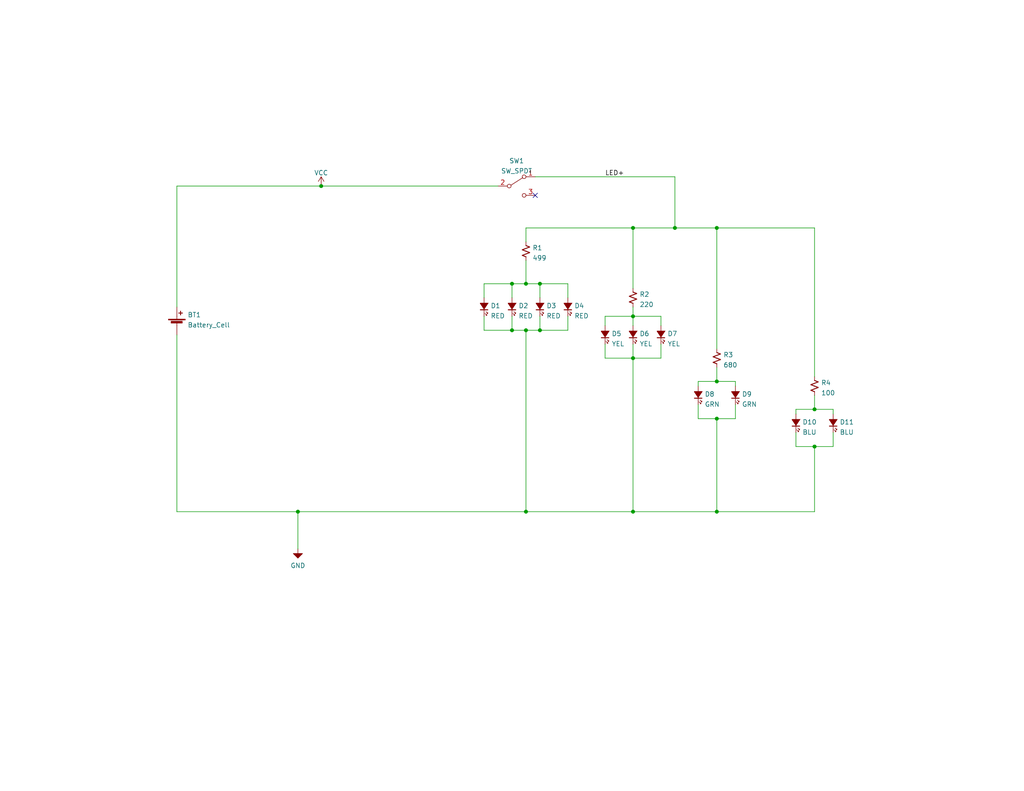
<source format=kicad_sch>
(kicad_sch (version 20211123) (generator eeschema)
  (paper "A")
  (title_block (title "Alpenglow Radiant Rainbow") (date "2022-04-13") (rev "A") (comment 2 "RAR-0100") (comment 3 "Wright"))
  (lib_symbols
    (symbol "Alpenglow:GND" (power) (pin_names (offset 0))
      (property "Value" "GND" (at 0 -3.81 0))
      (symbol "GND_0_1"
        (polyline (pts (xy 0 0) (xy 0 -1.27) (xy 1.27 -1.27) (xy 0 -2.54) (xy -1.27 -1.27) (xy 0 -1.27)) (fill (type outline)))
      )
      (symbol "GND_1_1"
        (pin power_in line (at 0 0 270) (length 0) hide (name "GND") (number "1"))
      )
    )
    (symbol "Alpenglow:LED" (pin_numbers hide) (pin_names (offset 0.254) hide)
      (property "Reference" "D" (at -1.27 3.175 0))
      (property "Value" "LED" (at -4.445 -2.54 0))
      (symbol "LED_0_1"
        (polyline (pts (xy -0.762 -1.016) (xy -0.762 1.016)) (stroke (width 0.254)))
        (polyline (pts (xy 1.016 0) (xy -0.762 0)))
        (polyline (pts (xy 1.016 -1.016) (xy -0.508 0) (xy 1.016 1.016) (xy 1.016 -1.016)) (stroke (width 0.254)) (fill (type outline)))
        (polyline (pts (xy -1.778 -0.254) (xy -2.286 -0.762) (xy -2.286 -0.508) (xy -2.286 -0.762) (xy -2.032 -0.762)))
        (polyline (pts (xy -1.27 -0.508) (xy -1.778 -1.016) (xy -1.778 -0.762) (xy -1.778 -1.016) (xy -1.524 -1.016)))
      )
      (symbol "LED_1_1"
        (pin passive line (at -2.54 0 0) (length 1.778) (name "K") (number "1"))
        (pin passive line (at 2.54 0 180) (length 1.778) (name "A") (number "2"))
      )
    )
    (symbol "Alpenglow:RES" (pin_numbers hide) (pin_names (offset 0.254) hide)
      (property "Reference" "R" (at 1.27 1.016 0))
      (property "Value" "RES" (at 1.27 -1.016 0))
      (symbol "RES_1_1"
        (polyline (pts (xy 0 0) (xy 1.016 -0.381) (xy 0 -0.762) (xy -1.016 -1.143) (xy 0 -1.524)) (stroke (width 0.254)))
        (polyline (pts (xy 0 1.524) (xy 1.016 1.143) (xy 0 0.762) (xy -1.016 0.381) (xy 0 0)) (stroke (width 0.254)))
        (pin passive line (at 0 2.54 270) (length 1.016) (name "~") (number "1"))
        (pin passive line (at 0 -2.54 90) (length 1.016) (name "~") (number "2"))
      )
    )
    (symbol "Alpenglow:SW_SPDT" (pin_names (offset 0) hide)
      (property "Reference" "SW" (at 0 4.318 0))
      (property "Value" "SW_SPDT" (at 0 -5.08 0))
      (symbol "SW_SPDT_0_0"
        (circle (center -2.032 0) (radius 0.508))
        (circle (center 2.032 -2.54) (radius 0.508))
      )
      (symbol "SW_SPDT_0_1"
        (polyline (pts (xy -1.524 0.254) (xy 1.651 2.286)))
        (circle (center 2.032 2.54) (radius 0.508))
      )
      (symbol "SW_SPDT_1_1"
        (pin passive line (at 5.08 2.54 180) (length 2.54) (name "A") (number "1"))
        (pin passive line (at -5.08 0 0) (length 2.54) (name "B") (number "2"))
        (pin passive line (at 5.08 -2.54 180) (length 2.54) (name "C") (number "3"))
      )
    )
    (symbol "Device:Battery_Cell" (pin_numbers hide) (pin_names (offset 0) hide)
      (property "Reference" "BT" (at 2.54 2.54 0))
      (property "Value" "Battery_Cell" (at 2.54 0 0))
      (symbol "Battery_Cell_0_1"
        (rectangle (start -2.286 1.778) (end 2.286 1.524) (fill (type outline)))
        (rectangle (start -1.5748 1.1938) (end 1.4732 0.6858) (fill (type outline)))
        (polyline (pts (xy 0 0.762) (xy 0 0)))
        (polyline (pts (xy 0 1.778) (xy 0 2.54)))
        (polyline (pts (xy 0.508 3.429) (xy 1.524 3.429)) (stroke (width 0.254)))
        (polyline (pts (xy 1.016 3.937) (xy 1.016 2.921)) (stroke (width 0.254)))
      )
      (symbol "Battery_Cell_1_1"
        (pin passive line (at 0 5.08 270) (length 2.54) (name "+") (number "1"))
        (pin passive line (at 0 -2.54 90) (length 2.54) (name "-") (number "2"))
      )
    )
    (symbol "power:VCC" (power) (pin_names (offset 0))
      (property "Value" "VCC" (at 0 3.81 0))
      (symbol "VCC_0_1"
        (polyline (pts (xy -0.762 1.27) (xy 0 2.54)))
        (polyline (pts (xy 0 0) (xy 0 2.54)))
        (polyline (pts (xy 0 2.54) (xy 0.762 1.27)))
      )
      (symbol "VCC_1_1"
        (pin power_in line (at 0 0 90) (length 0) hide (name "VCC") (number "1"))
      )
    )
  )
  (junction (at 143.51 90.17))
  (junction (at 147.32 77.47))
  (junction (at 172.72 97.79))
  (junction (at 222.25 121.92))
  (junction (at 195.58 104.14))
  (junction (at 81.28 139.7))
  (junction (at 139.7 90.17))
  (junction (at 143.51 139.7))
  (junction (at 172.72 86.36))
  (junction (at 143.51 77.47))
  (junction (at 222.25 111.76))
  (junction (at 172.72 139.7))
  (junction (at 172.72 62.23))
  (junction (at 147.32 90.17))
  (junction (at 195.58 139.7))
  (junction (at 195.58 114.3))
  (junction (at 184.15 62.23))
  (junction (at 87.63 50.8))
  (junction (at 139.7 77.47))
  (junction (at 195.58 62.23))
  (no_connect (at 146.05 53.34))
  (wire (pts (xy 172.72 86.36) (xy 180.34 86.36)))
  (wire (pts (xy 87.63 50.8) (xy 135.89 50.8)))
  (wire (pts (xy 190.5 114.3) (xy 195.58 114.3)))
  (wire (pts (xy 195.58 114.3) (xy 195.58 139.7)))
  (wire (pts (xy 132.08 77.47) (xy 132.08 81.28)))
  (wire (pts (xy 154.94 86.36) (xy 154.94 90.17)))
  (wire (pts (xy 200.66 110.49) (xy 200.66 114.3)))
  (wire (pts (xy 222.25 62.23) (xy 222.25 102.87)))
  (wire (pts (xy 172.72 139.7) (xy 143.51 139.7)))
  (wire (pts (xy 143.51 90.17) (xy 147.32 90.17)))
  (wire (pts (xy 195.58 104.14) (xy 200.66 104.14)))
  (wire (pts (xy 222.25 107.95) (xy 222.25 111.76)))
  (wire (pts (xy 147.32 90.17) (xy 154.94 90.17)))
  (wire (pts (xy 217.17 121.92) (xy 222.25 121.92)))
  (wire (pts (xy 184.15 48.26) (xy 184.15 62.23)))
  (wire (pts (xy 139.7 77.47) (xy 132.08 77.47)))
  (wire (pts (xy 143.51 62.23) (xy 172.72 62.23)))
  (wire (pts (xy 195.58 62.23) (xy 222.25 62.23)))
  (wire (pts (xy 139.7 77.47) (xy 139.7 81.28)))
  (wire (pts (xy 217.17 111.76) (xy 217.17 113.03)))
  (wire (pts (xy 147.32 77.47) (xy 147.32 81.28)))
  (wire (pts (xy 132.08 90.17) (xy 139.7 90.17)))
  (wire (pts (xy 48.26 50.8) (xy 87.63 50.8)))
  (wire (pts (xy 180.34 97.79) (xy 180.34 93.98)))
  (wire (pts (xy 172.72 86.36) (xy 165.1 86.36)))
  (wire (pts (xy 146.05 48.26) (xy 184.15 48.26)))
  (wire (pts (xy 81.28 139.7) (xy 81.28 149.86)))
  (wire (pts (xy 143.51 77.47) (xy 147.32 77.47)))
  (wire (pts (xy 154.94 77.47) (xy 154.94 81.28)))
  (wire (pts (xy 143.51 139.7) (xy 81.28 139.7)))
  (wire (pts (xy 217.17 118.11) (xy 217.17 121.92)))
  (wire (pts (xy 172.72 86.36) (xy 172.72 88.9)))
  (wire (pts (xy 132.08 86.36) (xy 132.08 90.17)))
  (wire (pts (xy 48.26 139.7) (xy 48.26 91.44)))
  (wire (pts (xy 143.51 62.23) (xy 143.51 66.04)))
  (wire (pts (xy 195.58 139.7) (xy 172.72 139.7)))
  (wire (pts (xy 222.25 139.7) (xy 195.58 139.7)))
  (wire (pts (xy 172.72 93.98) (xy 172.72 97.79)))
  (wire (pts (xy 165.1 86.36) (xy 165.1 88.9)))
  (wire (pts (xy 222.25 111.76) (xy 227.33 111.76)))
  (wire (pts (xy 172.72 97.79) (xy 180.34 97.79)))
  (wire (pts (xy 200.66 104.14) (xy 200.66 105.41)))
  (wire (pts (xy 172.72 78.74) (xy 172.72 62.23)))
  (wire (pts (xy 165.1 97.79) (xy 172.72 97.79)))
  (wire (pts (xy 143.51 90.17) (xy 143.51 139.7)))
  (wire (pts (xy 165.1 93.98) (xy 165.1 97.79)))
  (wire (pts (xy 172.72 97.79) (xy 172.72 139.7)))
  (wire (pts (xy 139.7 86.36) (xy 139.7 90.17)))
  (wire (pts (xy 222.25 111.76) (xy 217.17 111.76)))
  (wire (pts (xy 195.58 114.3) (xy 200.66 114.3)))
  (wire (pts (xy 172.72 83.82) (xy 172.72 86.36)))
  (wire (pts (xy 195.58 100.33) (xy 195.58 104.14)))
  (wire (pts (xy 195.58 104.14) (xy 190.5 104.14)))
  (wire (pts (xy 227.33 111.76) (xy 227.33 113.03)))
  (wire (pts (xy 139.7 90.17) (xy 143.51 90.17)))
  (wire (pts (xy 143.51 77.47) (xy 139.7 77.47)))
  (wire (pts (xy 190.5 110.49) (xy 190.5 114.3)))
  (wire (pts (xy 172.72 62.23) (xy 184.15 62.23)))
  (wire (pts (xy 147.32 86.36) (xy 147.32 90.17)))
  (wire (pts (xy 222.25 121.92) (xy 227.33 121.92)))
  (wire (pts (xy 48.26 83.82) (xy 48.26 50.8)))
  (wire (pts (xy 222.25 121.92) (xy 222.25 139.7)))
  (wire (pts (xy 143.51 71.12) (xy 143.51 77.47)))
  (wire (pts (xy 184.15 62.23) (xy 195.58 62.23)))
  (wire (pts (xy 147.32 77.47) (xy 154.94 77.47)))
  (wire (pts (xy 195.58 62.23) (xy 195.58 95.25)))
  (wire (pts (xy 48.26 139.7) (xy 81.28 139.7)))
  (wire (pts (xy 190.5 104.14) (xy 190.5 105.41)))
  (wire (pts (xy 180.34 86.36) (xy 180.34 88.9)))
  (wire (pts (xy 227.33 121.92) (xy 227.33 118.11)))
  (label "LED+" (at 165.1 48.26 0))
  (symbol (lib_id "Alpenglow:RES") (at 143.51 68.58 0) (unit 1)
    (property "Reference" "R1" (at 145.288 67.6715 0) (effects (justify left)))
    (property "Value" "499" (at 145.288 70.4466 0) (effects (justify left)))
    (property "Footprint" "Resistor_THT:R_Axial_DIN0207_L6.3mm_D2.5mm_P10.16mm_Horizontal" (effects hide))
  )
  (symbol (lib_id "Alpenglow:LED") (at 139.7 83.82 90) (unit 1)
    (property "Reference" "D2" (at 141.478 83.483 90) (effects (justify right)))
    (property "Value" "RED" (at 141.478 86.2581 90) (effects (justify right)))
    (property "Footprint" "Alpenglow:LED_D3.0mm" (effects hide))
  )
  (symbol (lib_id "power:VCC") (at 87.63 50.8 0) (unit 1)
    (property "Reference" "#PWR0102" (effects hide))
    (property "Value" "VCC" (at 87.63 47.1955 0))
  )
  (symbol (lib_id "Alpenglow:LED") (at 180.34 91.44 90) (unit 1)
    (property "Reference" "D7" (at 182.118 91.103 90) (effects (justify right)))
    (property "Value" "YEL" (at 182.118 93.8781 90) (effects (justify right)))
    (property "Footprint" "Alpenglow:LED_D3.0mm" (effects hide))
  )
  (symbol (lib_id "Alpenglow:LED") (at 154.94 83.82 90) (unit 1)
    (property "Reference" "D4" (at 156.718 83.483 90) (effects (justify right)))
    (property "Value" "RED" (at 156.718 86.2581 90) (effects (justify right)))
    (property "Footprint" "Alpenglow:LED_D3.0mm" (effects hide))
  )
  (symbol (lib_id "Alpenglow:LED") (at 132.08 83.82 90) (unit 1)
    (property "Reference" "D1" (at 133.858 83.483 90) (effects (justify right)))
    (property "Value" "RED" (at 133.858 86.2581 90) (effects (justify right)))
    (property "Footprint" "Alpenglow:LED_D3.0mm" (effects hide))
  )
  (symbol (lib_id "Alpenglow:GND") (at 81.28 149.86 0) (unit 1)
    (property "Reference" "#PWR0101" (effects hide))
    (property "Value" "GND" (at 81.28 154.4225 0))
  )
  (symbol (lib_id "Alpenglow:RES") (at 172.72 81.28 0) (unit 1)
    (property "Reference" "R2" (at 174.498 80.3715 0) (effects (justify left)))
    (property "Value" "220" (at 174.498 83.1466 0) (effects (justify left)))
    (property "Footprint" "Resistor_THT:R_Axial_DIN0207_L6.3mm_D2.5mm_P10.16mm_Horizontal" (effects hide))
  )
  (symbol (lib_id "Alpenglow:LED") (at 172.72 91.44 90) (unit 1)
    (property "Reference" "D6" (at 174.498 91.103 90) (effects (justify right)))
    (property "Value" "YEL" (at 174.498 93.8781 90) (effects (justify right)))
    (property "Footprint" "Alpenglow:LED_D3.0mm" (effects hide))
  )
  (symbol (lib_id "Alpenglow:LED") (at 200.66 107.95 90) (unit 1)
    (property "Reference" "D9" (at 202.438 107.613 90) (effects (justify right)))
    (property "Value" "GRN" (at 202.438 110.3881 90) (effects (justify right)))
    (property "Footprint" "Alpenglow:LED_D3.0mm" (effects hide))
  )
  (symbol (lib_id "Alpenglow:LED") (at 147.32 83.82 90) (unit 1)
    (property "Reference" "D3" (at 149.098 83.483 90) (effects (justify right)))
    (property "Value" "RED" (at 149.098 86.2581 90) (effects (justify right)))
    (property "Footprint" "Alpenglow:LED_D3.0mm" (effects hide))
  )
  (symbol (lib_id "Alpenglow:LED") (at 227.33 115.57 90) (unit 1)
    (property "Reference" "D11" (at 229.108 115.233 90) (effects (justify right)))
    (property "Value" "BLU" (at 229.108 118.0081 90) (effects (justify right)))
    (property "Footprint" "Alpenglow:LED_D3.0mm" (effects hide))
  )
  (symbol (lib_id "Device:Battery_Cell") (at 48.26 88.9 0) (unit 1)
    (property "Reference" "BT1" (at 51.181 85.9595 0) (effects (justify left)))
    (property "Value" "Battery_Cell" (at 51.181 88.7346 0) (effects (justify left)))
    (property "Footprint" "Alpenglow:BatteryHolder_MPD_BK888_2032_THRU" (effects hide))
  )
  (symbol (lib_id "Alpenglow:LED") (at 165.1 91.44 90) (unit 1)
    (property "Reference" "D5" (at 166.878 91.103 90) (effects (justify right)))
    (property "Value" "YEL" (at 166.878 93.8781 90) (effects (justify right)))
    (property "Footprint" "Alpenglow:LED_D3.0mm" (effects hide))
  )
  (symbol (lib_id "Alpenglow:LED") (at 190.5 107.95 90) (unit 1)
    (property "Reference" "D8" (at 192.278 107.613 90) (effects (justify right)))
    (property "Value" "GRN" (at 192.278 110.3881 90) (effects (justify right)))
    (property "Footprint" "Alpenglow:LED_D3.0mm" (effects hide))
  )
  (symbol (lib_id "Alpenglow:SW_SPDT") (at 140.97 50.8 0) (unit 1)
    (property "Reference" "SW1" (at 140.97 43.9125 0))
    (property "Value" "SW_SPDT" (at 140.97 46.6876 0))
    (property "Footprint" "Alpenglow:SW_SLIDE_RTA" (effects hide))
  )
  (symbol (lib_id "Alpenglow:RES") (at 195.58 97.79 0) (unit 1)
    (property "Reference" "R3" (at 197.358 96.8815 0) (effects (justify left)))
    (property "Value" "680" (at 197.358 99.6566 0) (effects (justify left)))
    (property "Footprint" "Resistor_THT:R_Axial_DIN0207_L6.3mm_D2.5mm_P10.16mm_Horizontal" (effects hide))
  )
  (symbol (lib_id "Alpenglow:RES") (at 222.25 105.41 0) (unit 1)
    (property "Reference" "R4" (at 224.028 104.5015 0) (effects (justify left)))
    (property "Value" "100" (at 224.028 107.2766 0) (effects (justify left)))
    (property "Footprint" "Resistor_THT:R_Axial_DIN0207_L6.3mm_D2.5mm_P10.16mm_Horizontal" (effects hide))
  )
  (symbol (lib_id "Alpenglow:LED") (at 217.17 115.57 90) (unit 1)
    (property "Reference" "D10" (at 218.948 115.233 90) (effects (justify right)))
    (property "Value" "BLU" (at 218.948 118.0081 90) (effects (justify right)))
    (property "Footprint" "Alpenglow:LED_D3.0mm" (effects hide))
  )
)
</source>
